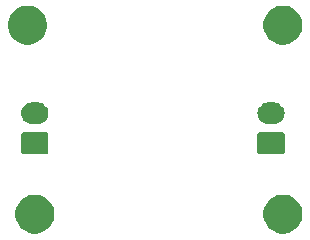
<source format=gbr>
G04 #@! TF.GenerationSoftware,KiCad,Pcbnew,(5.1.5)-3*
G04 #@! TF.CreationDate,2020-06-17T19:37:57+02:00*
G04 #@! TF.ProjectId,LowBatAlarm,4c6f7742-6174-4416-9c61-726d2e6b6963,rev?*
G04 #@! TF.SameCoordinates,Original*
G04 #@! TF.FileFunction,Soldermask,Bot*
G04 #@! TF.FilePolarity,Negative*
%FSLAX46Y46*%
G04 Gerber Fmt 4.6, Leading zero omitted, Abs format (unit mm)*
G04 Created by KiCad (PCBNEW (5.1.5)-3) date 2020-06-17 19:37:57*
%MOMM*%
%LPD*%
G04 APERTURE LIST*
%ADD10C,0.100000*%
G04 APERTURE END LIST*
D10*
G36*
X150375256Y-104391298D02*
G01*
X150481579Y-104412447D01*
X150782042Y-104536903D01*
X151052451Y-104717585D01*
X151282415Y-104947549D01*
X151463097Y-105217958D01*
X151587553Y-105518421D01*
X151651000Y-105837391D01*
X151651000Y-106162609D01*
X151587553Y-106481579D01*
X151463097Y-106782042D01*
X151282415Y-107052451D01*
X151052451Y-107282415D01*
X150782042Y-107463097D01*
X150481579Y-107587553D01*
X150375256Y-107608702D01*
X150162611Y-107651000D01*
X149837389Y-107651000D01*
X149624744Y-107608702D01*
X149518421Y-107587553D01*
X149217958Y-107463097D01*
X148947549Y-107282415D01*
X148717585Y-107052451D01*
X148536903Y-106782042D01*
X148412447Y-106481579D01*
X148349000Y-106162609D01*
X148349000Y-105837391D01*
X148412447Y-105518421D01*
X148536903Y-105217958D01*
X148717585Y-104947549D01*
X148947549Y-104717585D01*
X149217958Y-104536903D01*
X149518421Y-104412447D01*
X149624744Y-104391298D01*
X149837389Y-104349000D01*
X150162611Y-104349000D01*
X150375256Y-104391298D01*
G37*
G36*
X129375256Y-104391298D02*
G01*
X129481579Y-104412447D01*
X129782042Y-104536903D01*
X130052451Y-104717585D01*
X130282415Y-104947549D01*
X130463097Y-105217958D01*
X130587553Y-105518421D01*
X130651000Y-105837391D01*
X130651000Y-106162609D01*
X130587553Y-106481579D01*
X130463097Y-106782042D01*
X130282415Y-107052451D01*
X130052451Y-107282415D01*
X129782042Y-107463097D01*
X129481579Y-107587553D01*
X129375256Y-107608702D01*
X129162611Y-107651000D01*
X128837389Y-107651000D01*
X128624744Y-107608702D01*
X128518421Y-107587553D01*
X128217958Y-107463097D01*
X127947549Y-107282415D01*
X127717585Y-107052451D01*
X127536903Y-106782042D01*
X127412447Y-106481579D01*
X127349000Y-106162609D01*
X127349000Y-105837391D01*
X127412447Y-105518421D01*
X127536903Y-105217958D01*
X127717585Y-104947549D01*
X127947549Y-104717585D01*
X128217958Y-104536903D01*
X128518421Y-104412447D01*
X128624744Y-104391298D01*
X128837389Y-104349000D01*
X129162611Y-104349000D01*
X129375256Y-104391298D01*
G37*
G36*
X150009561Y-99082966D02*
G01*
X150042383Y-99092923D01*
X150072632Y-99109092D01*
X150099148Y-99130852D01*
X150120908Y-99157368D01*
X150137077Y-99187617D01*
X150147034Y-99220439D01*
X150151000Y-99260713D01*
X150151000Y-100739287D01*
X150147034Y-100779561D01*
X150137077Y-100812383D01*
X150120908Y-100842632D01*
X150099148Y-100869148D01*
X150072632Y-100890908D01*
X150042383Y-100907077D01*
X150009561Y-100917034D01*
X149969287Y-100921000D01*
X148030713Y-100921000D01*
X147990439Y-100917034D01*
X147957617Y-100907077D01*
X147927368Y-100890908D01*
X147900852Y-100869148D01*
X147879092Y-100842632D01*
X147862923Y-100812383D01*
X147852966Y-100779561D01*
X147849000Y-100739287D01*
X147849000Y-99260713D01*
X147852966Y-99220439D01*
X147862923Y-99187617D01*
X147879092Y-99157368D01*
X147900852Y-99130852D01*
X147927368Y-99109092D01*
X147957617Y-99092923D01*
X147990439Y-99082966D01*
X148030713Y-99079000D01*
X149969287Y-99079000D01*
X150009561Y-99082966D01*
G37*
G36*
X130009561Y-99082966D02*
G01*
X130042383Y-99092923D01*
X130072632Y-99109092D01*
X130099148Y-99130852D01*
X130120908Y-99157368D01*
X130137077Y-99187617D01*
X130147034Y-99220439D01*
X130151000Y-99260713D01*
X130151000Y-100739287D01*
X130147034Y-100779561D01*
X130137077Y-100812383D01*
X130120908Y-100842632D01*
X130099148Y-100869148D01*
X130072632Y-100890908D01*
X130042383Y-100907077D01*
X130009561Y-100917034D01*
X129969287Y-100921000D01*
X128030713Y-100921000D01*
X127990439Y-100917034D01*
X127957617Y-100907077D01*
X127927368Y-100890908D01*
X127900852Y-100869148D01*
X127879092Y-100842632D01*
X127862923Y-100812383D01*
X127852966Y-100779561D01*
X127849000Y-100739287D01*
X127849000Y-99260713D01*
X127852966Y-99220439D01*
X127862923Y-99187617D01*
X127879092Y-99157368D01*
X127900852Y-99130852D01*
X127927368Y-99109092D01*
X127957617Y-99092923D01*
X127990439Y-99082966D01*
X128030713Y-99079000D01*
X129969287Y-99079000D01*
X130009561Y-99082966D01*
G37*
G36*
X149320345Y-96543442D02*
G01*
X149410548Y-96552326D01*
X149584157Y-96604990D01*
X149744156Y-96690511D01*
X149787729Y-96726271D01*
X149884397Y-96805603D01*
X149963729Y-96902271D01*
X149999489Y-96945844D01*
X150085010Y-97105843D01*
X150137674Y-97279452D01*
X150155456Y-97460000D01*
X150137674Y-97640548D01*
X150085010Y-97814157D01*
X149999489Y-97974156D01*
X149963729Y-98017729D01*
X149884397Y-98114397D01*
X149787729Y-98193729D01*
X149744156Y-98229489D01*
X149584157Y-98315010D01*
X149410548Y-98367674D01*
X149320345Y-98376558D01*
X149275245Y-98381000D01*
X148724755Y-98381000D01*
X148679655Y-98376558D01*
X148589452Y-98367674D01*
X148415843Y-98315010D01*
X148255844Y-98229489D01*
X148212271Y-98193729D01*
X148115603Y-98114397D01*
X148036271Y-98017729D01*
X148000511Y-97974156D01*
X147914990Y-97814157D01*
X147862326Y-97640548D01*
X147844544Y-97460000D01*
X147862326Y-97279452D01*
X147914990Y-97105843D01*
X148000511Y-96945844D01*
X148036271Y-96902271D01*
X148115603Y-96805603D01*
X148212271Y-96726271D01*
X148255844Y-96690511D01*
X148415843Y-96604990D01*
X148589452Y-96552326D01*
X148679655Y-96543442D01*
X148724755Y-96539000D01*
X149275245Y-96539000D01*
X149320345Y-96543442D01*
G37*
G36*
X129320345Y-96543442D02*
G01*
X129410548Y-96552326D01*
X129584157Y-96604990D01*
X129744156Y-96690511D01*
X129787729Y-96726271D01*
X129884397Y-96805603D01*
X129963729Y-96902271D01*
X129999489Y-96945844D01*
X130085010Y-97105843D01*
X130137674Y-97279452D01*
X130155456Y-97460000D01*
X130137674Y-97640548D01*
X130085010Y-97814157D01*
X129999489Y-97974156D01*
X129963729Y-98017729D01*
X129884397Y-98114397D01*
X129787729Y-98193729D01*
X129744156Y-98229489D01*
X129584157Y-98315010D01*
X129410548Y-98367674D01*
X129320345Y-98376558D01*
X129275245Y-98381000D01*
X128724755Y-98381000D01*
X128679655Y-98376558D01*
X128589452Y-98367674D01*
X128415843Y-98315010D01*
X128255844Y-98229489D01*
X128212271Y-98193729D01*
X128115603Y-98114397D01*
X128036271Y-98017729D01*
X128000511Y-97974156D01*
X127914990Y-97814157D01*
X127862326Y-97640548D01*
X127844544Y-97460000D01*
X127862326Y-97279452D01*
X127914990Y-97105843D01*
X128000511Y-96945844D01*
X128036271Y-96902271D01*
X128115603Y-96805603D01*
X128212271Y-96726271D01*
X128255844Y-96690511D01*
X128415843Y-96604990D01*
X128589452Y-96552326D01*
X128679655Y-96543442D01*
X128724755Y-96539000D01*
X129275245Y-96539000D01*
X129320345Y-96543442D01*
G37*
G36*
X150375256Y-88391298D02*
G01*
X150481579Y-88412447D01*
X150782042Y-88536903D01*
X151052451Y-88717585D01*
X151282415Y-88947549D01*
X151463097Y-89217958D01*
X151587553Y-89518421D01*
X151651000Y-89837391D01*
X151651000Y-90162609D01*
X151587553Y-90481579D01*
X151463097Y-90782042D01*
X151282415Y-91052451D01*
X151052451Y-91282415D01*
X150782042Y-91463097D01*
X150481579Y-91587553D01*
X150375256Y-91608702D01*
X150162611Y-91651000D01*
X149837389Y-91651000D01*
X149624744Y-91608702D01*
X149518421Y-91587553D01*
X149217958Y-91463097D01*
X148947549Y-91282415D01*
X148717585Y-91052451D01*
X148536903Y-90782042D01*
X148412447Y-90481579D01*
X148349000Y-90162609D01*
X148349000Y-89837391D01*
X148412447Y-89518421D01*
X148536903Y-89217958D01*
X148717585Y-88947549D01*
X148947549Y-88717585D01*
X149217958Y-88536903D01*
X149518421Y-88412447D01*
X149624744Y-88391298D01*
X149837389Y-88349000D01*
X150162611Y-88349000D01*
X150375256Y-88391298D01*
G37*
G36*
X128755256Y-88391298D02*
G01*
X128861579Y-88412447D01*
X129162042Y-88536903D01*
X129432451Y-88717585D01*
X129662415Y-88947549D01*
X129843097Y-89217958D01*
X129967553Y-89518421D01*
X130031000Y-89837391D01*
X130031000Y-90162609D01*
X129967553Y-90481579D01*
X129843097Y-90782042D01*
X129662415Y-91052451D01*
X129432451Y-91282415D01*
X129162042Y-91463097D01*
X128861579Y-91587553D01*
X128755256Y-91608702D01*
X128542611Y-91651000D01*
X128217389Y-91651000D01*
X128004744Y-91608702D01*
X127898421Y-91587553D01*
X127597958Y-91463097D01*
X127327549Y-91282415D01*
X127097585Y-91052451D01*
X126916903Y-90782042D01*
X126792447Y-90481579D01*
X126729000Y-90162609D01*
X126729000Y-89837391D01*
X126792447Y-89518421D01*
X126916903Y-89217958D01*
X127097585Y-88947549D01*
X127327549Y-88717585D01*
X127597958Y-88536903D01*
X127898421Y-88412447D01*
X128004744Y-88391298D01*
X128217389Y-88349000D01*
X128542611Y-88349000D01*
X128755256Y-88391298D01*
G37*
M02*

</source>
